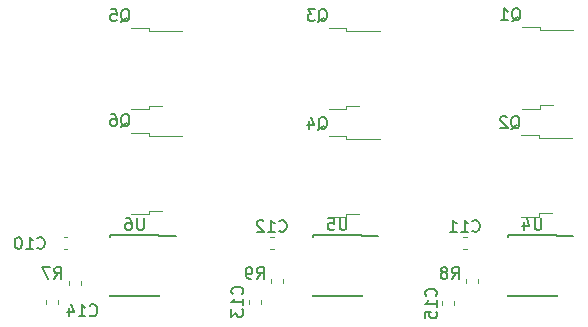
<source format=gbr>
G04 #@! TF.GenerationSoftware,KiCad,Pcbnew,(5.0.1)-3*
G04 #@! TF.CreationDate,2021-02-08T17:12:00-05:00*
G04 #@! TF.ProjectId,fpga_esc,667067615F6573632E6B696361645F70,rev?*
G04 #@! TF.SameCoordinates,Original*
G04 #@! TF.FileFunction,Legend,Bot*
G04 #@! TF.FilePolarity,Positive*
%FSLAX46Y46*%
G04 Gerber Fmt 4.6, Leading zero omitted, Abs format (unit mm)*
G04 Created by KiCad (PCBNEW (5.0.1)-3) date 2021-02-08 5:12:00 PM*
%MOMM*%
%LPD*%
G01*
G04 APERTURE LIST*
%ADD10C,0.120000*%
%ADD11C,0.150000*%
G04 APERTURE END LIST*
D10*
G04 #@! TO.C,C10*
X113040279Y-75690000D02*
X112714721Y-75690000D01*
X113040279Y-76710000D02*
X112714721Y-76710000D01*
G04 #@! TO.C,C11*
X146847779Y-75690000D02*
X146522221Y-75690000D01*
X146847779Y-76710000D02*
X146522221Y-76710000D01*
G04 #@! TO.C,C12*
X130490279Y-76710000D02*
X130164721Y-76710000D01*
X130490279Y-75690000D02*
X130164721Y-75690000D01*
G04 #@! TO.C,C13*
X129415000Y-80964721D02*
X129415000Y-81290279D01*
X128395000Y-80964721D02*
X128395000Y-81290279D01*
G04 #@! TO.C,C14*
X111250000Y-80964721D02*
X111250000Y-81290279D01*
X112270000Y-80964721D02*
X112270000Y-81290279D01*
G04 #@! TO.C,C15*
X145798000Y-81117221D02*
X145798000Y-81442779D01*
X144778000Y-81117221D02*
X144778000Y-81442779D01*
D11*
G04 #@! TO.C,U4*
X154475000Y-75530000D02*
X154475000Y-75580000D01*
X150325000Y-75530000D02*
X150325000Y-75675000D01*
X150325000Y-80680000D02*
X150325000Y-80535000D01*
X154475000Y-80680000D02*
X154475000Y-80535000D01*
X154475000Y-75530000D02*
X150325000Y-75530000D01*
X154475000Y-80680000D02*
X150325000Y-80680000D01*
X154475000Y-75580000D02*
X155875000Y-75580000D01*
G04 #@! TO.C,U5*
X137965000Y-75580000D02*
X139365000Y-75580000D01*
X137965000Y-80680000D02*
X133815000Y-80680000D01*
X137965000Y-75530000D02*
X133815000Y-75530000D01*
X137965000Y-80680000D02*
X137965000Y-80535000D01*
X133815000Y-80680000D02*
X133815000Y-80535000D01*
X133815000Y-75530000D02*
X133815000Y-75675000D01*
X137965000Y-75530000D02*
X137965000Y-75580000D01*
G04 #@! TO.C,U6*
X120820000Y-75530000D02*
X120820000Y-75580000D01*
X116670000Y-75530000D02*
X116670000Y-75675000D01*
X116670000Y-80680000D02*
X116670000Y-80535000D01*
X120820000Y-80680000D02*
X120820000Y-80535000D01*
X120820000Y-75530000D02*
X116670000Y-75530000D01*
X120820000Y-80680000D02*
X116670000Y-80680000D01*
X120820000Y-75580000D02*
X122220000Y-75580000D01*
D10*
G04 #@! TO.C,R7*
X114175000Y-79690279D02*
X114175000Y-79364721D01*
X113155000Y-79690279D02*
X113155000Y-79364721D01*
G04 #@! TO.C,R8*
X147830000Y-79537779D02*
X147830000Y-79212221D01*
X146810000Y-79537779D02*
X146810000Y-79212221D01*
G04 #@! TO.C,R9*
X130300000Y-79537779D02*
X130300000Y-79212221D01*
X131320000Y-79537779D02*
X131320000Y-79212221D01*
G04 #@! TO.C,Q1*
X153029999Y-64520000D02*
X154129999Y-64520000D01*
X153029999Y-64790000D02*
X153029999Y-64520000D01*
X151529999Y-64790000D02*
X153029999Y-64790000D01*
X153029999Y-58160000D02*
X155859999Y-58160000D01*
X153029999Y-57890000D02*
X153029999Y-58160000D01*
X151529999Y-57890000D02*
X153029999Y-57890000D01*
G04 #@! TO.C,Q2*
X152965000Y-73665000D02*
X154065000Y-73665000D01*
X152965000Y-73935000D02*
X152965000Y-73665000D01*
X151465000Y-73935000D02*
X152965000Y-73935000D01*
X152965000Y-67305000D02*
X155795000Y-67305000D01*
X152965000Y-67035000D02*
X152965000Y-67305000D01*
X151465000Y-67035000D02*
X152965000Y-67035000D01*
G04 #@! TO.C,Q3*
X135150000Y-57955772D02*
X136650000Y-57955772D01*
X136650000Y-57955772D02*
X136650000Y-58225772D01*
X136650000Y-58225772D02*
X139480000Y-58225772D01*
X135150000Y-64855772D02*
X136650000Y-64855772D01*
X136650000Y-64855772D02*
X136650000Y-64585772D01*
X136650000Y-64585772D02*
X137750000Y-64585772D01*
G04 #@! TO.C,Q4*
X135150000Y-67100772D02*
X136650000Y-67100772D01*
X136650000Y-67100772D02*
X136650000Y-67370772D01*
X136650000Y-67370772D02*
X139480000Y-67370772D01*
X135150000Y-74000772D02*
X136650000Y-74000772D01*
X136650000Y-74000772D02*
X136650000Y-73730772D01*
X136650000Y-73730772D02*
X137750000Y-73730772D01*
G04 #@! TO.C,Q5*
X118445000Y-57955772D02*
X119945000Y-57955772D01*
X119945000Y-57955772D02*
X119945000Y-58225772D01*
X119945000Y-58225772D02*
X122775000Y-58225772D01*
X118445000Y-64855772D02*
X119945000Y-64855772D01*
X119945000Y-64855772D02*
X119945000Y-64585772D01*
X119945000Y-64585772D02*
X121045000Y-64585772D01*
G04 #@! TO.C,Q6*
X119945000Y-73475772D02*
X121045000Y-73475772D01*
X119945000Y-73745772D02*
X119945000Y-73475772D01*
X118445000Y-73745772D02*
X119945000Y-73745772D01*
X119945000Y-67115772D02*
X122775000Y-67115772D01*
X119945000Y-66845772D02*
X119945000Y-67115772D01*
X118445000Y-66845772D02*
X119945000Y-66845772D01*
G04 #@! TO.C,C10*
D11*
X110497857Y-76557142D02*
X110545476Y-76604761D01*
X110688333Y-76652380D01*
X110783571Y-76652380D01*
X110926428Y-76604761D01*
X111021666Y-76509523D01*
X111069285Y-76414285D01*
X111116904Y-76223809D01*
X111116904Y-76080952D01*
X111069285Y-75890476D01*
X111021666Y-75795238D01*
X110926428Y-75700000D01*
X110783571Y-75652380D01*
X110688333Y-75652380D01*
X110545476Y-75700000D01*
X110497857Y-75747619D01*
X109545476Y-76652380D02*
X110116904Y-76652380D01*
X109831190Y-76652380D02*
X109831190Y-75652380D01*
X109926428Y-75795238D01*
X110021666Y-75890476D01*
X110116904Y-75938095D01*
X108926428Y-75652380D02*
X108831190Y-75652380D01*
X108735952Y-75700000D01*
X108688333Y-75747619D01*
X108640714Y-75842857D01*
X108593095Y-76033333D01*
X108593095Y-76271428D01*
X108640714Y-76461904D01*
X108688333Y-76557142D01*
X108735952Y-76604761D01*
X108831190Y-76652380D01*
X108926428Y-76652380D01*
X109021666Y-76604761D01*
X109069285Y-76557142D01*
X109116904Y-76461904D01*
X109164523Y-76271428D01*
X109164523Y-76033333D01*
X109116904Y-75842857D01*
X109069285Y-75747619D01*
X109021666Y-75700000D01*
X108926428Y-75652380D01*
G04 #@! TO.C,C11*
X147327857Y-75127142D02*
X147375476Y-75174761D01*
X147518333Y-75222380D01*
X147613571Y-75222380D01*
X147756428Y-75174761D01*
X147851666Y-75079523D01*
X147899285Y-74984285D01*
X147946904Y-74793809D01*
X147946904Y-74650952D01*
X147899285Y-74460476D01*
X147851666Y-74365238D01*
X147756428Y-74270000D01*
X147613571Y-74222380D01*
X147518333Y-74222380D01*
X147375476Y-74270000D01*
X147327857Y-74317619D01*
X146375476Y-75222380D02*
X146946904Y-75222380D01*
X146661190Y-75222380D02*
X146661190Y-74222380D01*
X146756428Y-74365238D01*
X146851666Y-74460476D01*
X146946904Y-74508095D01*
X145423095Y-75222380D02*
X145994523Y-75222380D01*
X145708809Y-75222380D02*
X145708809Y-74222380D01*
X145804047Y-74365238D01*
X145899285Y-74460476D01*
X145994523Y-74508095D01*
G04 #@! TO.C,C12*
X130970357Y-75127142D02*
X131017976Y-75174761D01*
X131160833Y-75222380D01*
X131256071Y-75222380D01*
X131398928Y-75174761D01*
X131494166Y-75079523D01*
X131541785Y-74984285D01*
X131589404Y-74793809D01*
X131589404Y-74650952D01*
X131541785Y-74460476D01*
X131494166Y-74365238D01*
X131398928Y-74270000D01*
X131256071Y-74222380D01*
X131160833Y-74222380D01*
X131017976Y-74270000D01*
X130970357Y-74317619D01*
X130017976Y-75222380D02*
X130589404Y-75222380D01*
X130303690Y-75222380D02*
X130303690Y-74222380D01*
X130398928Y-74365238D01*
X130494166Y-74460476D01*
X130589404Y-74508095D01*
X129637023Y-74317619D02*
X129589404Y-74270000D01*
X129494166Y-74222380D01*
X129256071Y-74222380D01*
X129160833Y-74270000D01*
X129113214Y-74317619D01*
X129065595Y-74412857D01*
X129065595Y-74508095D01*
X129113214Y-74650952D01*
X129684642Y-75222380D01*
X129065595Y-75222380D01*
G04 #@! TO.C,C13*
X127832142Y-80484642D02*
X127879761Y-80437023D01*
X127927380Y-80294166D01*
X127927380Y-80198928D01*
X127879761Y-80056071D01*
X127784523Y-79960833D01*
X127689285Y-79913214D01*
X127498809Y-79865595D01*
X127355952Y-79865595D01*
X127165476Y-79913214D01*
X127070238Y-79960833D01*
X126975000Y-80056071D01*
X126927380Y-80198928D01*
X126927380Y-80294166D01*
X126975000Y-80437023D01*
X127022619Y-80484642D01*
X127927380Y-81437023D02*
X127927380Y-80865595D01*
X127927380Y-81151309D02*
X126927380Y-81151309D01*
X127070238Y-81056071D01*
X127165476Y-80960833D01*
X127213095Y-80865595D01*
X126927380Y-81770357D02*
X126927380Y-82389404D01*
X127308333Y-82056071D01*
X127308333Y-82198928D01*
X127355952Y-82294166D01*
X127403571Y-82341785D01*
X127498809Y-82389404D01*
X127736904Y-82389404D01*
X127832142Y-82341785D01*
X127879761Y-82294166D01*
X127927380Y-82198928D01*
X127927380Y-81913214D01*
X127879761Y-81817976D01*
X127832142Y-81770357D01*
G04 #@! TO.C,C14*
X114942857Y-82272142D02*
X114990476Y-82319761D01*
X115133333Y-82367380D01*
X115228571Y-82367380D01*
X115371428Y-82319761D01*
X115466666Y-82224523D01*
X115514285Y-82129285D01*
X115561904Y-81938809D01*
X115561904Y-81795952D01*
X115514285Y-81605476D01*
X115466666Y-81510238D01*
X115371428Y-81415000D01*
X115228571Y-81367380D01*
X115133333Y-81367380D01*
X114990476Y-81415000D01*
X114942857Y-81462619D01*
X113990476Y-82367380D02*
X114561904Y-82367380D01*
X114276190Y-82367380D02*
X114276190Y-81367380D01*
X114371428Y-81510238D01*
X114466666Y-81605476D01*
X114561904Y-81653095D01*
X113133333Y-81700714D02*
X113133333Y-82367380D01*
X113371428Y-81319761D02*
X113609523Y-82034047D01*
X112990476Y-82034047D01*
G04 #@! TO.C,C15*
X144215142Y-80637142D02*
X144262761Y-80589523D01*
X144310380Y-80446666D01*
X144310380Y-80351428D01*
X144262761Y-80208571D01*
X144167523Y-80113333D01*
X144072285Y-80065714D01*
X143881809Y-80018095D01*
X143738952Y-80018095D01*
X143548476Y-80065714D01*
X143453238Y-80113333D01*
X143358000Y-80208571D01*
X143310380Y-80351428D01*
X143310380Y-80446666D01*
X143358000Y-80589523D01*
X143405619Y-80637142D01*
X144310380Y-81589523D02*
X144310380Y-81018095D01*
X144310380Y-81303809D02*
X143310380Y-81303809D01*
X143453238Y-81208571D01*
X143548476Y-81113333D01*
X143596095Y-81018095D01*
X143310380Y-82494285D02*
X143310380Y-82018095D01*
X143786571Y-81970476D01*
X143738952Y-82018095D01*
X143691333Y-82113333D01*
X143691333Y-82351428D01*
X143738952Y-82446666D01*
X143786571Y-82494285D01*
X143881809Y-82541904D01*
X144119904Y-82541904D01*
X144215142Y-82494285D01*
X144262761Y-82446666D01*
X144310380Y-82351428D01*
X144310380Y-82113333D01*
X144262761Y-82018095D01*
X144215142Y-81970476D01*
G04 #@! TO.C,U4*
X153161904Y-74057380D02*
X153161904Y-74866904D01*
X153114285Y-74962142D01*
X153066666Y-75009761D01*
X152971428Y-75057380D01*
X152780952Y-75057380D01*
X152685714Y-75009761D01*
X152638095Y-74962142D01*
X152590476Y-74866904D01*
X152590476Y-74057380D01*
X151685714Y-74390714D02*
X151685714Y-75057380D01*
X151923809Y-74009761D02*
X152161904Y-74724047D01*
X151542857Y-74724047D01*
G04 #@! TO.C,U5*
X136651904Y-74057380D02*
X136651904Y-74866904D01*
X136604285Y-74962142D01*
X136556666Y-75009761D01*
X136461428Y-75057380D01*
X136270952Y-75057380D01*
X136175714Y-75009761D01*
X136128095Y-74962142D01*
X136080476Y-74866904D01*
X136080476Y-74057380D01*
X135128095Y-74057380D02*
X135604285Y-74057380D01*
X135651904Y-74533571D01*
X135604285Y-74485952D01*
X135509047Y-74438333D01*
X135270952Y-74438333D01*
X135175714Y-74485952D01*
X135128095Y-74533571D01*
X135080476Y-74628809D01*
X135080476Y-74866904D01*
X135128095Y-74962142D01*
X135175714Y-75009761D01*
X135270952Y-75057380D01*
X135509047Y-75057380D01*
X135604285Y-75009761D01*
X135651904Y-74962142D01*
G04 #@! TO.C,U6*
X119506904Y-74057380D02*
X119506904Y-74866904D01*
X119459285Y-74962142D01*
X119411666Y-75009761D01*
X119316428Y-75057380D01*
X119125952Y-75057380D01*
X119030714Y-75009761D01*
X118983095Y-74962142D01*
X118935476Y-74866904D01*
X118935476Y-74057380D01*
X118030714Y-74057380D02*
X118221190Y-74057380D01*
X118316428Y-74105000D01*
X118364047Y-74152619D01*
X118459285Y-74295476D01*
X118506904Y-74485952D01*
X118506904Y-74866904D01*
X118459285Y-74962142D01*
X118411666Y-75009761D01*
X118316428Y-75057380D01*
X118125952Y-75057380D01*
X118030714Y-75009761D01*
X117983095Y-74962142D01*
X117935476Y-74866904D01*
X117935476Y-74628809D01*
X117983095Y-74533571D01*
X118030714Y-74485952D01*
X118125952Y-74438333D01*
X118316428Y-74438333D01*
X118411666Y-74485952D01*
X118459285Y-74533571D01*
X118506904Y-74628809D01*
G04 #@! TO.C,R7*
X111926666Y-79192380D02*
X112260000Y-78716190D01*
X112498095Y-79192380D02*
X112498095Y-78192380D01*
X112117142Y-78192380D01*
X112021904Y-78240000D01*
X111974285Y-78287619D01*
X111926666Y-78382857D01*
X111926666Y-78525714D01*
X111974285Y-78620952D01*
X112021904Y-78668571D01*
X112117142Y-78716190D01*
X112498095Y-78716190D01*
X111593333Y-78192380D02*
X110926666Y-78192380D01*
X111355238Y-79192380D01*
G04 #@! TO.C,R8*
X145581666Y-79192380D02*
X145915000Y-78716190D01*
X146153095Y-79192380D02*
X146153095Y-78192380D01*
X145772142Y-78192380D01*
X145676904Y-78240000D01*
X145629285Y-78287619D01*
X145581666Y-78382857D01*
X145581666Y-78525714D01*
X145629285Y-78620952D01*
X145676904Y-78668571D01*
X145772142Y-78716190D01*
X146153095Y-78716190D01*
X145010238Y-78620952D02*
X145105476Y-78573333D01*
X145153095Y-78525714D01*
X145200714Y-78430476D01*
X145200714Y-78382857D01*
X145153095Y-78287619D01*
X145105476Y-78240000D01*
X145010238Y-78192380D01*
X144819761Y-78192380D01*
X144724523Y-78240000D01*
X144676904Y-78287619D01*
X144629285Y-78382857D01*
X144629285Y-78430476D01*
X144676904Y-78525714D01*
X144724523Y-78573333D01*
X144819761Y-78620952D01*
X145010238Y-78620952D01*
X145105476Y-78668571D01*
X145153095Y-78716190D01*
X145200714Y-78811428D01*
X145200714Y-79001904D01*
X145153095Y-79097142D01*
X145105476Y-79144761D01*
X145010238Y-79192380D01*
X144819761Y-79192380D01*
X144724523Y-79144761D01*
X144676904Y-79097142D01*
X144629285Y-79001904D01*
X144629285Y-78811428D01*
X144676904Y-78716190D01*
X144724523Y-78668571D01*
X144819761Y-78620952D01*
G04 #@! TO.C,R9*
X129071666Y-79192380D02*
X129405000Y-78716190D01*
X129643095Y-79192380D02*
X129643095Y-78192380D01*
X129262142Y-78192380D01*
X129166904Y-78240000D01*
X129119285Y-78287619D01*
X129071666Y-78382857D01*
X129071666Y-78525714D01*
X129119285Y-78620952D01*
X129166904Y-78668571D01*
X129262142Y-78716190D01*
X129643095Y-78716190D01*
X128595476Y-79192380D02*
X128405000Y-79192380D01*
X128309761Y-79144761D01*
X128262142Y-79097142D01*
X128166904Y-78954285D01*
X128119285Y-78763809D01*
X128119285Y-78382857D01*
X128166904Y-78287619D01*
X128214523Y-78240000D01*
X128309761Y-78192380D01*
X128500238Y-78192380D01*
X128595476Y-78240000D01*
X128643095Y-78287619D01*
X128690714Y-78382857D01*
X128690714Y-78620952D01*
X128643095Y-78716190D01*
X128595476Y-78763809D01*
X128500238Y-78811428D01*
X128309761Y-78811428D01*
X128214523Y-78763809D01*
X128166904Y-78716190D01*
X128119285Y-78620952D01*
G04 #@! TO.C,Q1*
X150655237Y-57387619D02*
X150750475Y-57340000D01*
X150845713Y-57244761D01*
X150988570Y-57101904D01*
X151083808Y-57054285D01*
X151179046Y-57054285D01*
X151131427Y-57292380D02*
X151226665Y-57244761D01*
X151321903Y-57149523D01*
X151369522Y-56959047D01*
X151369522Y-56625714D01*
X151321903Y-56435238D01*
X151226665Y-56340000D01*
X151131427Y-56292380D01*
X150940951Y-56292380D01*
X150845713Y-56340000D01*
X150750475Y-56435238D01*
X150702856Y-56625714D01*
X150702856Y-56959047D01*
X150750475Y-57149523D01*
X150845713Y-57244761D01*
X150940951Y-57292380D01*
X151131427Y-57292380D01*
X149750475Y-57292380D02*
X150321903Y-57292380D01*
X150036189Y-57292380D02*
X150036189Y-56292380D01*
X150131427Y-56435238D01*
X150226665Y-56530476D01*
X150321903Y-56578095D01*
G04 #@! TO.C,Q2*
X150590238Y-66532619D02*
X150685476Y-66485000D01*
X150780714Y-66389761D01*
X150923571Y-66246904D01*
X151018809Y-66199285D01*
X151114047Y-66199285D01*
X151066428Y-66437380D02*
X151161666Y-66389761D01*
X151256904Y-66294523D01*
X151304523Y-66104047D01*
X151304523Y-65770714D01*
X151256904Y-65580238D01*
X151161666Y-65485000D01*
X151066428Y-65437380D01*
X150875952Y-65437380D01*
X150780714Y-65485000D01*
X150685476Y-65580238D01*
X150637857Y-65770714D01*
X150637857Y-66104047D01*
X150685476Y-66294523D01*
X150780714Y-66389761D01*
X150875952Y-66437380D01*
X151066428Y-66437380D01*
X150256904Y-65532619D02*
X150209285Y-65485000D01*
X150114047Y-65437380D01*
X149875952Y-65437380D01*
X149780714Y-65485000D01*
X149733095Y-65532619D01*
X149685476Y-65627857D01*
X149685476Y-65723095D01*
X149733095Y-65865952D01*
X150304523Y-66437380D01*
X149685476Y-66437380D01*
G04 #@! TO.C,Q3*
X134275238Y-57453391D02*
X134370476Y-57405772D01*
X134465714Y-57310533D01*
X134608571Y-57167676D01*
X134703809Y-57120057D01*
X134799047Y-57120057D01*
X134751428Y-57358152D02*
X134846666Y-57310533D01*
X134941904Y-57215295D01*
X134989523Y-57024819D01*
X134989523Y-56691486D01*
X134941904Y-56501010D01*
X134846666Y-56405772D01*
X134751428Y-56358152D01*
X134560952Y-56358152D01*
X134465714Y-56405772D01*
X134370476Y-56501010D01*
X134322857Y-56691486D01*
X134322857Y-57024819D01*
X134370476Y-57215295D01*
X134465714Y-57310533D01*
X134560952Y-57358152D01*
X134751428Y-57358152D01*
X133989523Y-56358152D02*
X133370476Y-56358152D01*
X133703809Y-56739105D01*
X133560952Y-56739105D01*
X133465714Y-56786724D01*
X133418095Y-56834343D01*
X133370476Y-56929581D01*
X133370476Y-57167676D01*
X133418095Y-57262914D01*
X133465714Y-57310533D01*
X133560952Y-57358152D01*
X133846666Y-57358152D01*
X133941904Y-57310533D01*
X133989523Y-57262914D01*
G04 #@! TO.C,Q4*
X134275238Y-66598391D02*
X134370476Y-66550772D01*
X134465714Y-66455533D01*
X134608571Y-66312676D01*
X134703809Y-66265057D01*
X134799047Y-66265057D01*
X134751428Y-66503152D02*
X134846666Y-66455533D01*
X134941904Y-66360295D01*
X134989523Y-66169819D01*
X134989523Y-65836486D01*
X134941904Y-65646010D01*
X134846666Y-65550772D01*
X134751428Y-65503152D01*
X134560952Y-65503152D01*
X134465714Y-65550772D01*
X134370476Y-65646010D01*
X134322857Y-65836486D01*
X134322857Y-66169819D01*
X134370476Y-66360295D01*
X134465714Y-66455533D01*
X134560952Y-66503152D01*
X134751428Y-66503152D01*
X133465714Y-65836486D02*
X133465714Y-66503152D01*
X133703809Y-65455533D02*
X133941904Y-66169819D01*
X133322857Y-66169819D01*
G04 #@! TO.C,Q5*
X117570238Y-57453391D02*
X117665476Y-57405772D01*
X117760714Y-57310533D01*
X117903571Y-57167676D01*
X117998809Y-57120057D01*
X118094047Y-57120057D01*
X118046428Y-57358152D02*
X118141666Y-57310533D01*
X118236904Y-57215295D01*
X118284523Y-57024819D01*
X118284523Y-56691486D01*
X118236904Y-56501010D01*
X118141666Y-56405772D01*
X118046428Y-56358152D01*
X117855952Y-56358152D01*
X117760714Y-56405772D01*
X117665476Y-56501010D01*
X117617857Y-56691486D01*
X117617857Y-57024819D01*
X117665476Y-57215295D01*
X117760714Y-57310533D01*
X117855952Y-57358152D01*
X118046428Y-57358152D01*
X116713095Y-56358152D02*
X117189285Y-56358152D01*
X117236904Y-56834343D01*
X117189285Y-56786724D01*
X117094047Y-56739105D01*
X116855952Y-56739105D01*
X116760714Y-56786724D01*
X116713095Y-56834343D01*
X116665476Y-56929581D01*
X116665476Y-57167676D01*
X116713095Y-57262914D01*
X116760714Y-57310533D01*
X116855952Y-57358152D01*
X117094047Y-57358152D01*
X117189285Y-57310533D01*
X117236904Y-57262914D01*
G04 #@! TO.C,Q6*
X117570238Y-66343391D02*
X117665476Y-66295772D01*
X117760714Y-66200533D01*
X117903571Y-66057676D01*
X117998809Y-66010057D01*
X118094047Y-66010057D01*
X118046428Y-66248152D02*
X118141666Y-66200533D01*
X118236904Y-66105295D01*
X118284523Y-65914819D01*
X118284523Y-65581486D01*
X118236904Y-65391010D01*
X118141666Y-65295772D01*
X118046428Y-65248152D01*
X117855952Y-65248152D01*
X117760714Y-65295772D01*
X117665476Y-65391010D01*
X117617857Y-65581486D01*
X117617857Y-65914819D01*
X117665476Y-66105295D01*
X117760714Y-66200533D01*
X117855952Y-66248152D01*
X118046428Y-66248152D01*
X116760714Y-65248152D02*
X116951190Y-65248152D01*
X117046428Y-65295772D01*
X117094047Y-65343391D01*
X117189285Y-65486248D01*
X117236904Y-65676724D01*
X117236904Y-66057676D01*
X117189285Y-66152914D01*
X117141666Y-66200533D01*
X117046428Y-66248152D01*
X116855952Y-66248152D01*
X116760714Y-66200533D01*
X116713095Y-66152914D01*
X116665476Y-66057676D01*
X116665476Y-65819581D01*
X116713095Y-65724343D01*
X116760714Y-65676724D01*
X116855952Y-65629105D01*
X117046428Y-65629105D01*
X117141666Y-65676724D01*
X117189285Y-65724343D01*
X117236904Y-65819581D01*
G04 #@! TD*
M02*

</source>
